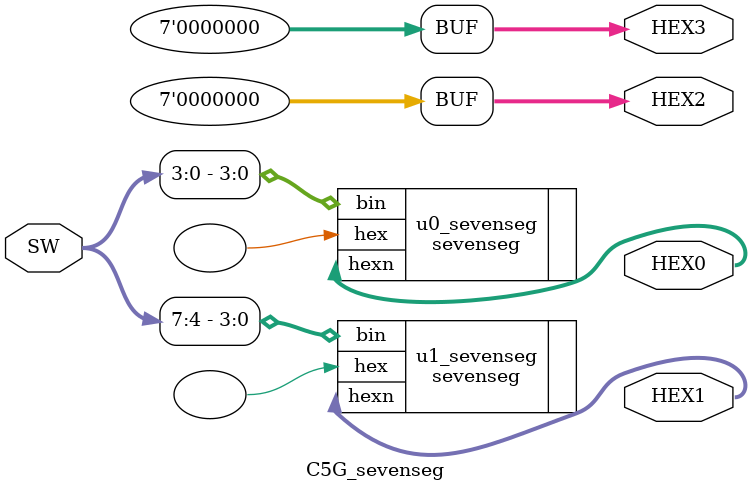
<source format=sv>


module C5G_sevenseg(

	//////////// SW //////////
	input 		     [9:0]		SW,

	//////////// SEG7 //////////
	output		     [6:0]		HEX0,
	output		     [6:0]		HEX1,
	output		     [6:0]		HEX2,
	output		     [6:0]		HEX3
);



//=======================================================
//  REG/WIRE declarations
//=======================================================




//=======================================================
//  Structural coding
//=======================================================

sevenseg u0_sevenseg
(
   .bin           (SW[3:0]), 
   .hex           (),
   .hexn          (HEX0)
);

sevenseg u1_sevenseg
(
   .bin           (SW[7:4]), 
   .hex           (),
   .hexn          (HEX1)
);

assign HEX2 = 'b0;
assign HEX3 = 'b0;


endmodule

</source>
